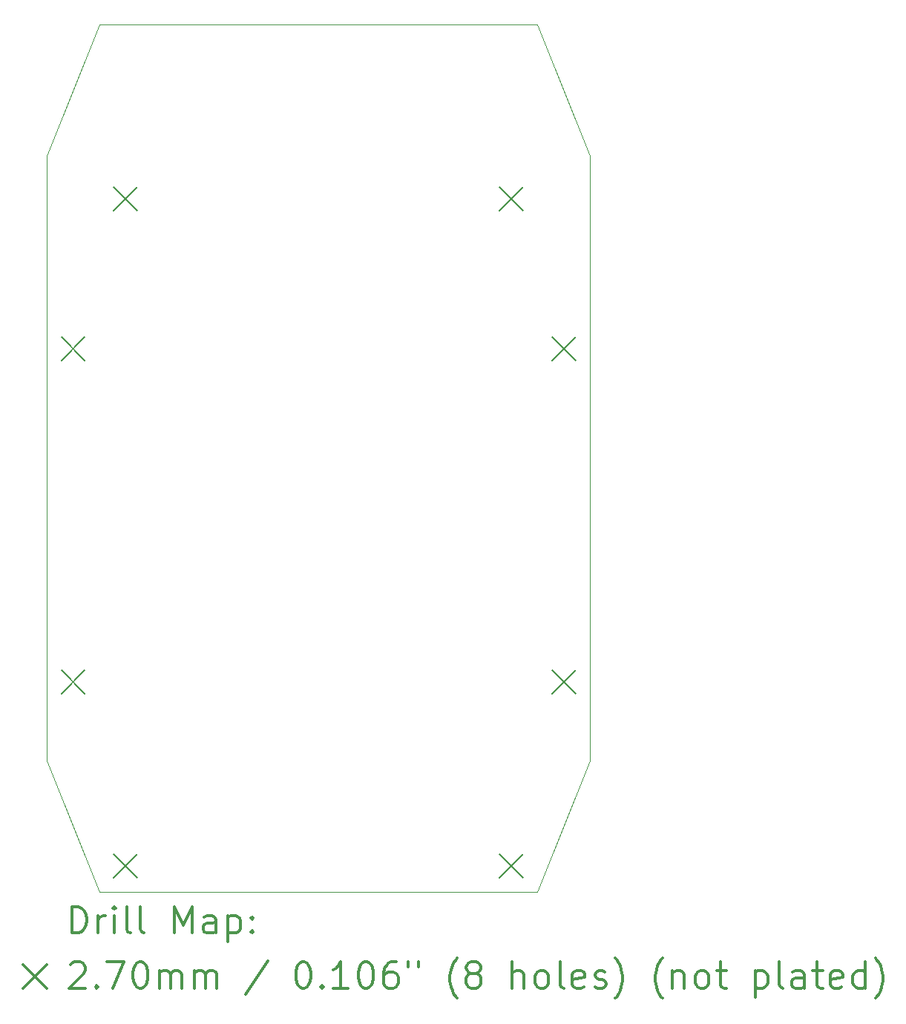
<source format=gbr>
%FSLAX45Y45*%
G04 Gerber Fmt 4.5, Leading zero omitted, Abs format (unit mm)*
G04 Created by KiCad (PCBNEW (5.1.8)-1) date 2022-11-15 12:18:02*
%MOMM*%
%LPD*%
G01*
G04 APERTURE LIST*
%TA.AperFunction,Profile*%
%ADD10C,0.050000*%
%TD*%
%ADD11C,0.200000*%
%ADD12C,0.300000*%
G04 APERTURE END LIST*
D10*
X14000000Y-5700000D02*
X13400000Y-7200000D01*
X19000000Y-5700000D02*
X19600000Y-7200000D01*
X14000000Y-15600000D02*
X13400000Y-14100000D01*
X19000000Y-15600000D02*
X19600000Y-14100000D01*
X13400000Y-14100000D02*
X13400000Y-7200000D01*
X19000000Y-15600000D02*
X14000000Y-15600000D01*
X19600000Y-7200000D02*
X19600000Y-14100000D01*
X14000000Y-5700000D02*
X19000000Y-5700000D01*
D11*
X14165000Y-7555000D02*
X14435000Y-7825000D01*
X14435000Y-7555000D02*
X14165000Y-7825000D01*
X14165000Y-15165000D02*
X14435000Y-15435000D01*
X14435000Y-15165000D02*
X14165000Y-15435000D01*
X13565000Y-9265000D02*
X13835000Y-9535000D01*
X13835000Y-9265000D02*
X13565000Y-9535000D01*
X18565000Y-15165000D02*
X18835000Y-15435000D01*
X18835000Y-15165000D02*
X18565000Y-15435000D01*
X13565000Y-13065000D02*
X13835000Y-13335000D01*
X13835000Y-13065000D02*
X13565000Y-13335000D01*
X18565000Y-7555000D02*
X18835000Y-7825000D01*
X18835000Y-7555000D02*
X18565000Y-7825000D01*
X19165000Y-9265000D02*
X19435000Y-9535000D01*
X19435000Y-9265000D02*
X19165000Y-9535000D01*
X19165000Y-13065000D02*
X19435000Y-13335000D01*
X19435000Y-13065000D02*
X19165000Y-13335000D01*
D12*
X13683928Y-16068214D02*
X13683928Y-15768214D01*
X13755357Y-15768214D01*
X13798214Y-15782500D01*
X13826786Y-15811071D01*
X13841071Y-15839643D01*
X13855357Y-15896786D01*
X13855357Y-15939643D01*
X13841071Y-15996786D01*
X13826786Y-16025357D01*
X13798214Y-16053929D01*
X13755357Y-16068214D01*
X13683928Y-16068214D01*
X13983928Y-16068214D02*
X13983928Y-15868214D01*
X13983928Y-15925357D02*
X13998214Y-15896786D01*
X14012500Y-15882500D01*
X14041071Y-15868214D01*
X14069643Y-15868214D01*
X14169643Y-16068214D02*
X14169643Y-15868214D01*
X14169643Y-15768214D02*
X14155357Y-15782500D01*
X14169643Y-15796786D01*
X14183928Y-15782500D01*
X14169643Y-15768214D01*
X14169643Y-15796786D01*
X14355357Y-16068214D02*
X14326786Y-16053929D01*
X14312500Y-16025357D01*
X14312500Y-15768214D01*
X14512500Y-16068214D02*
X14483928Y-16053929D01*
X14469643Y-16025357D01*
X14469643Y-15768214D01*
X14855357Y-16068214D02*
X14855357Y-15768214D01*
X14955357Y-15982500D01*
X15055357Y-15768214D01*
X15055357Y-16068214D01*
X15326786Y-16068214D02*
X15326786Y-15911071D01*
X15312500Y-15882500D01*
X15283928Y-15868214D01*
X15226786Y-15868214D01*
X15198214Y-15882500D01*
X15326786Y-16053929D02*
X15298214Y-16068214D01*
X15226786Y-16068214D01*
X15198214Y-16053929D01*
X15183928Y-16025357D01*
X15183928Y-15996786D01*
X15198214Y-15968214D01*
X15226786Y-15953929D01*
X15298214Y-15953929D01*
X15326786Y-15939643D01*
X15469643Y-15868214D02*
X15469643Y-16168214D01*
X15469643Y-15882500D02*
X15498214Y-15868214D01*
X15555357Y-15868214D01*
X15583928Y-15882500D01*
X15598214Y-15896786D01*
X15612500Y-15925357D01*
X15612500Y-16011071D01*
X15598214Y-16039643D01*
X15583928Y-16053929D01*
X15555357Y-16068214D01*
X15498214Y-16068214D01*
X15469643Y-16053929D01*
X15741071Y-16039643D02*
X15755357Y-16053929D01*
X15741071Y-16068214D01*
X15726786Y-16053929D01*
X15741071Y-16039643D01*
X15741071Y-16068214D01*
X15741071Y-15882500D02*
X15755357Y-15896786D01*
X15741071Y-15911071D01*
X15726786Y-15896786D01*
X15741071Y-15882500D01*
X15741071Y-15911071D01*
X13127500Y-16427500D02*
X13397500Y-16697500D01*
X13397500Y-16427500D02*
X13127500Y-16697500D01*
X13669643Y-16426786D02*
X13683928Y-16412500D01*
X13712500Y-16398214D01*
X13783928Y-16398214D01*
X13812500Y-16412500D01*
X13826786Y-16426786D01*
X13841071Y-16455357D01*
X13841071Y-16483929D01*
X13826786Y-16526786D01*
X13655357Y-16698214D01*
X13841071Y-16698214D01*
X13969643Y-16669643D02*
X13983928Y-16683929D01*
X13969643Y-16698214D01*
X13955357Y-16683929D01*
X13969643Y-16669643D01*
X13969643Y-16698214D01*
X14083928Y-16398214D02*
X14283928Y-16398214D01*
X14155357Y-16698214D01*
X14455357Y-16398214D02*
X14483928Y-16398214D01*
X14512500Y-16412500D01*
X14526786Y-16426786D01*
X14541071Y-16455357D01*
X14555357Y-16512500D01*
X14555357Y-16583929D01*
X14541071Y-16641071D01*
X14526786Y-16669643D01*
X14512500Y-16683929D01*
X14483928Y-16698214D01*
X14455357Y-16698214D01*
X14426786Y-16683929D01*
X14412500Y-16669643D01*
X14398214Y-16641071D01*
X14383928Y-16583929D01*
X14383928Y-16512500D01*
X14398214Y-16455357D01*
X14412500Y-16426786D01*
X14426786Y-16412500D01*
X14455357Y-16398214D01*
X14683928Y-16698214D02*
X14683928Y-16498214D01*
X14683928Y-16526786D02*
X14698214Y-16512500D01*
X14726786Y-16498214D01*
X14769643Y-16498214D01*
X14798214Y-16512500D01*
X14812500Y-16541071D01*
X14812500Y-16698214D01*
X14812500Y-16541071D02*
X14826786Y-16512500D01*
X14855357Y-16498214D01*
X14898214Y-16498214D01*
X14926786Y-16512500D01*
X14941071Y-16541071D01*
X14941071Y-16698214D01*
X15083928Y-16698214D02*
X15083928Y-16498214D01*
X15083928Y-16526786D02*
X15098214Y-16512500D01*
X15126786Y-16498214D01*
X15169643Y-16498214D01*
X15198214Y-16512500D01*
X15212500Y-16541071D01*
X15212500Y-16698214D01*
X15212500Y-16541071D02*
X15226786Y-16512500D01*
X15255357Y-16498214D01*
X15298214Y-16498214D01*
X15326786Y-16512500D01*
X15341071Y-16541071D01*
X15341071Y-16698214D01*
X15926786Y-16383929D02*
X15669643Y-16769643D01*
X16312500Y-16398214D02*
X16341071Y-16398214D01*
X16369643Y-16412500D01*
X16383928Y-16426786D01*
X16398214Y-16455357D01*
X16412500Y-16512500D01*
X16412500Y-16583929D01*
X16398214Y-16641071D01*
X16383928Y-16669643D01*
X16369643Y-16683929D01*
X16341071Y-16698214D01*
X16312500Y-16698214D01*
X16283928Y-16683929D01*
X16269643Y-16669643D01*
X16255357Y-16641071D01*
X16241071Y-16583929D01*
X16241071Y-16512500D01*
X16255357Y-16455357D01*
X16269643Y-16426786D01*
X16283928Y-16412500D01*
X16312500Y-16398214D01*
X16541071Y-16669643D02*
X16555357Y-16683929D01*
X16541071Y-16698214D01*
X16526786Y-16683929D01*
X16541071Y-16669643D01*
X16541071Y-16698214D01*
X16841071Y-16698214D02*
X16669643Y-16698214D01*
X16755357Y-16698214D02*
X16755357Y-16398214D01*
X16726786Y-16441071D01*
X16698214Y-16469643D01*
X16669643Y-16483929D01*
X17026786Y-16398214D02*
X17055357Y-16398214D01*
X17083928Y-16412500D01*
X17098214Y-16426786D01*
X17112500Y-16455357D01*
X17126786Y-16512500D01*
X17126786Y-16583929D01*
X17112500Y-16641071D01*
X17098214Y-16669643D01*
X17083928Y-16683929D01*
X17055357Y-16698214D01*
X17026786Y-16698214D01*
X16998214Y-16683929D01*
X16983928Y-16669643D01*
X16969643Y-16641071D01*
X16955357Y-16583929D01*
X16955357Y-16512500D01*
X16969643Y-16455357D01*
X16983928Y-16426786D01*
X16998214Y-16412500D01*
X17026786Y-16398214D01*
X17383928Y-16398214D02*
X17326786Y-16398214D01*
X17298214Y-16412500D01*
X17283928Y-16426786D01*
X17255357Y-16469643D01*
X17241071Y-16526786D01*
X17241071Y-16641071D01*
X17255357Y-16669643D01*
X17269643Y-16683929D01*
X17298214Y-16698214D01*
X17355357Y-16698214D01*
X17383928Y-16683929D01*
X17398214Y-16669643D01*
X17412500Y-16641071D01*
X17412500Y-16569643D01*
X17398214Y-16541071D01*
X17383928Y-16526786D01*
X17355357Y-16512500D01*
X17298214Y-16512500D01*
X17269643Y-16526786D01*
X17255357Y-16541071D01*
X17241071Y-16569643D01*
X17526786Y-16398214D02*
X17526786Y-16455357D01*
X17641071Y-16398214D02*
X17641071Y-16455357D01*
X18083928Y-16812500D02*
X18069643Y-16798214D01*
X18041071Y-16755357D01*
X18026786Y-16726786D01*
X18012500Y-16683929D01*
X17998214Y-16612500D01*
X17998214Y-16555357D01*
X18012500Y-16483929D01*
X18026786Y-16441071D01*
X18041071Y-16412500D01*
X18069643Y-16369643D01*
X18083928Y-16355357D01*
X18241071Y-16526786D02*
X18212500Y-16512500D01*
X18198214Y-16498214D01*
X18183928Y-16469643D01*
X18183928Y-16455357D01*
X18198214Y-16426786D01*
X18212500Y-16412500D01*
X18241071Y-16398214D01*
X18298214Y-16398214D01*
X18326786Y-16412500D01*
X18341071Y-16426786D01*
X18355357Y-16455357D01*
X18355357Y-16469643D01*
X18341071Y-16498214D01*
X18326786Y-16512500D01*
X18298214Y-16526786D01*
X18241071Y-16526786D01*
X18212500Y-16541071D01*
X18198214Y-16555357D01*
X18183928Y-16583929D01*
X18183928Y-16641071D01*
X18198214Y-16669643D01*
X18212500Y-16683929D01*
X18241071Y-16698214D01*
X18298214Y-16698214D01*
X18326786Y-16683929D01*
X18341071Y-16669643D01*
X18355357Y-16641071D01*
X18355357Y-16583929D01*
X18341071Y-16555357D01*
X18326786Y-16541071D01*
X18298214Y-16526786D01*
X18712500Y-16698214D02*
X18712500Y-16398214D01*
X18841071Y-16698214D02*
X18841071Y-16541071D01*
X18826786Y-16512500D01*
X18798214Y-16498214D01*
X18755357Y-16498214D01*
X18726786Y-16512500D01*
X18712500Y-16526786D01*
X19026786Y-16698214D02*
X18998214Y-16683929D01*
X18983928Y-16669643D01*
X18969643Y-16641071D01*
X18969643Y-16555357D01*
X18983928Y-16526786D01*
X18998214Y-16512500D01*
X19026786Y-16498214D01*
X19069643Y-16498214D01*
X19098214Y-16512500D01*
X19112500Y-16526786D01*
X19126786Y-16555357D01*
X19126786Y-16641071D01*
X19112500Y-16669643D01*
X19098214Y-16683929D01*
X19069643Y-16698214D01*
X19026786Y-16698214D01*
X19298214Y-16698214D02*
X19269643Y-16683929D01*
X19255357Y-16655357D01*
X19255357Y-16398214D01*
X19526786Y-16683929D02*
X19498214Y-16698214D01*
X19441071Y-16698214D01*
X19412500Y-16683929D01*
X19398214Y-16655357D01*
X19398214Y-16541071D01*
X19412500Y-16512500D01*
X19441071Y-16498214D01*
X19498214Y-16498214D01*
X19526786Y-16512500D01*
X19541071Y-16541071D01*
X19541071Y-16569643D01*
X19398214Y-16598214D01*
X19655357Y-16683929D02*
X19683928Y-16698214D01*
X19741071Y-16698214D01*
X19769643Y-16683929D01*
X19783928Y-16655357D01*
X19783928Y-16641071D01*
X19769643Y-16612500D01*
X19741071Y-16598214D01*
X19698214Y-16598214D01*
X19669643Y-16583929D01*
X19655357Y-16555357D01*
X19655357Y-16541071D01*
X19669643Y-16512500D01*
X19698214Y-16498214D01*
X19741071Y-16498214D01*
X19769643Y-16512500D01*
X19883928Y-16812500D02*
X19898214Y-16798214D01*
X19926786Y-16755357D01*
X19941071Y-16726786D01*
X19955357Y-16683929D01*
X19969643Y-16612500D01*
X19969643Y-16555357D01*
X19955357Y-16483929D01*
X19941071Y-16441071D01*
X19926786Y-16412500D01*
X19898214Y-16369643D01*
X19883928Y-16355357D01*
X20426786Y-16812500D02*
X20412500Y-16798214D01*
X20383928Y-16755357D01*
X20369643Y-16726786D01*
X20355357Y-16683929D01*
X20341071Y-16612500D01*
X20341071Y-16555357D01*
X20355357Y-16483929D01*
X20369643Y-16441071D01*
X20383928Y-16412500D01*
X20412500Y-16369643D01*
X20426786Y-16355357D01*
X20541071Y-16498214D02*
X20541071Y-16698214D01*
X20541071Y-16526786D02*
X20555357Y-16512500D01*
X20583928Y-16498214D01*
X20626786Y-16498214D01*
X20655357Y-16512500D01*
X20669643Y-16541071D01*
X20669643Y-16698214D01*
X20855357Y-16698214D02*
X20826786Y-16683929D01*
X20812500Y-16669643D01*
X20798214Y-16641071D01*
X20798214Y-16555357D01*
X20812500Y-16526786D01*
X20826786Y-16512500D01*
X20855357Y-16498214D01*
X20898214Y-16498214D01*
X20926786Y-16512500D01*
X20941071Y-16526786D01*
X20955357Y-16555357D01*
X20955357Y-16641071D01*
X20941071Y-16669643D01*
X20926786Y-16683929D01*
X20898214Y-16698214D01*
X20855357Y-16698214D01*
X21041071Y-16498214D02*
X21155357Y-16498214D01*
X21083928Y-16398214D02*
X21083928Y-16655357D01*
X21098214Y-16683929D01*
X21126786Y-16698214D01*
X21155357Y-16698214D01*
X21483928Y-16498214D02*
X21483928Y-16798214D01*
X21483928Y-16512500D02*
X21512500Y-16498214D01*
X21569643Y-16498214D01*
X21598214Y-16512500D01*
X21612500Y-16526786D01*
X21626786Y-16555357D01*
X21626786Y-16641071D01*
X21612500Y-16669643D01*
X21598214Y-16683929D01*
X21569643Y-16698214D01*
X21512500Y-16698214D01*
X21483928Y-16683929D01*
X21798214Y-16698214D02*
X21769643Y-16683929D01*
X21755357Y-16655357D01*
X21755357Y-16398214D01*
X22041071Y-16698214D02*
X22041071Y-16541071D01*
X22026786Y-16512500D01*
X21998214Y-16498214D01*
X21941071Y-16498214D01*
X21912500Y-16512500D01*
X22041071Y-16683929D02*
X22012500Y-16698214D01*
X21941071Y-16698214D01*
X21912500Y-16683929D01*
X21898214Y-16655357D01*
X21898214Y-16626786D01*
X21912500Y-16598214D01*
X21941071Y-16583929D01*
X22012500Y-16583929D01*
X22041071Y-16569643D01*
X22141071Y-16498214D02*
X22255357Y-16498214D01*
X22183928Y-16398214D02*
X22183928Y-16655357D01*
X22198214Y-16683929D01*
X22226786Y-16698214D01*
X22255357Y-16698214D01*
X22469643Y-16683929D02*
X22441071Y-16698214D01*
X22383928Y-16698214D01*
X22355357Y-16683929D01*
X22341071Y-16655357D01*
X22341071Y-16541071D01*
X22355357Y-16512500D01*
X22383928Y-16498214D01*
X22441071Y-16498214D01*
X22469643Y-16512500D01*
X22483928Y-16541071D01*
X22483928Y-16569643D01*
X22341071Y-16598214D01*
X22741071Y-16698214D02*
X22741071Y-16398214D01*
X22741071Y-16683929D02*
X22712500Y-16698214D01*
X22655357Y-16698214D01*
X22626786Y-16683929D01*
X22612500Y-16669643D01*
X22598214Y-16641071D01*
X22598214Y-16555357D01*
X22612500Y-16526786D01*
X22626786Y-16512500D01*
X22655357Y-16498214D01*
X22712500Y-16498214D01*
X22741071Y-16512500D01*
X22855357Y-16812500D02*
X22869643Y-16798214D01*
X22898214Y-16755357D01*
X22912500Y-16726786D01*
X22926786Y-16683929D01*
X22941071Y-16612500D01*
X22941071Y-16555357D01*
X22926786Y-16483929D01*
X22912500Y-16441071D01*
X22898214Y-16412500D01*
X22869643Y-16369643D01*
X22855357Y-16355357D01*
M02*

</source>
